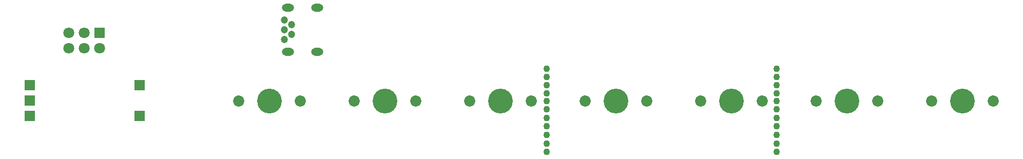
<source format=gbr>
%TF.GenerationSoftware,KiCad,Pcbnew,(5.1.6)-1*%
%TF.CreationDate,2022-02-11T00:07:08-06:00*%
%TF.ProjectId,Pikatea Macropad GB4,50696b61-7465-4612-904d-6163726f7061,rev?*%
%TF.SameCoordinates,Original*%
%TF.FileFunction,Soldermask,Bot*%
%TF.FilePolarity,Negative*%
%FSLAX46Y46*%
G04 Gerber Fmt 4.6, Leading zero omitted, Abs format (unit mm)*
G04 Created by KiCad (PCBNEW (5.1.6)-1) date 2022-02-11 00:07:08*
%MOMM*%
%LPD*%
G01*
G04 APERTURE LIST*
%ADD10C,1.100000*%
%ADD11C,4.087800*%
%ADD12C,1.850000*%
%ADD13C,1.800000*%
%ADD14R,1.800000X1.800000*%
%ADD15O,2.000000X1.300000*%
%ADD16C,1.200000*%
G04 APERTURE END LIST*
D10*
%TO.C,J4*%
X214550000Y-113350000D03*
X214550000Y-99600000D03*
X214550000Y-100950000D03*
X214550000Y-102300000D03*
X214550000Y-103650000D03*
X214550000Y-105000000D03*
X214550000Y-111950000D03*
X214550000Y-110550000D03*
X214550000Y-109150000D03*
X214550000Y-107750000D03*
X214550000Y-106350000D03*
%TD*%
%TO.C,J3*%
X176600000Y-113350000D03*
X176600000Y-99600000D03*
X176600000Y-100950000D03*
X176600000Y-102300000D03*
X176600000Y-103650000D03*
X176600000Y-105000000D03*
X176600000Y-111950000D03*
X176600000Y-110550000D03*
X176600000Y-109150000D03*
X176600000Y-107750000D03*
X176600000Y-106350000D03*
%TD*%
D11*
%TO.C,MX7*%
X245150000Y-104920000D03*
D12*
X250230000Y-104920000D03*
X240070000Y-104920000D03*
%TD*%
D11*
%TO.C,MX6*%
X226100000Y-104920000D03*
D12*
X231180000Y-104920000D03*
X221020000Y-104920000D03*
%TD*%
D11*
%TO.C,MX5*%
X207050000Y-104920000D03*
D12*
X212130000Y-104920000D03*
X201970000Y-104920000D03*
%TD*%
D11*
%TO.C,MX4*%
X188000000Y-104920000D03*
D12*
X193080000Y-104920000D03*
X182920000Y-104920000D03*
%TD*%
D11*
%TO.C,MX3*%
X168950000Y-104920000D03*
D12*
X174030000Y-104920000D03*
X163870000Y-104920000D03*
%TD*%
%TO.C,MX2*%
X144820000Y-104920000D03*
X154980000Y-104920000D03*
D11*
X149900000Y-104920000D03*
%TD*%
D12*
%TO.C,MX1*%
X125770000Y-104920000D03*
X135930000Y-104920000D03*
D11*
X130850000Y-104920000D03*
%TD*%
D13*
%TO.C,J1*%
X97810000Y-96240000D03*
X97810000Y-93700000D03*
X100350000Y-96240000D03*
X100350000Y-93700000D03*
X102890000Y-96240000D03*
D14*
X102890000Y-93700000D03*
%TD*%
D15*
%TO.C,J2*%
X133960000Y-89510000D03*
X133960000Y-96810000D03*
D16*
X133360000Y-94760000D03*
X134560000Y-93960000D03*
X133360000Y-93160000D03*
X134560000Y-92360000D03*
X133360000Y-91560000D03*
D15*
X138780000Y-96810000D03*
X138780000Y-89510000D03*
%TD*%
D14*
%TO.C,SW2*%
X109450000Y-102360000D03*
X109450000Y-107440000D03*
X91350000Y-104900000D03*
X91350000Y-102360000D03*
X91350000Y-107440000D03*
%TD*%
M02*

</source>
